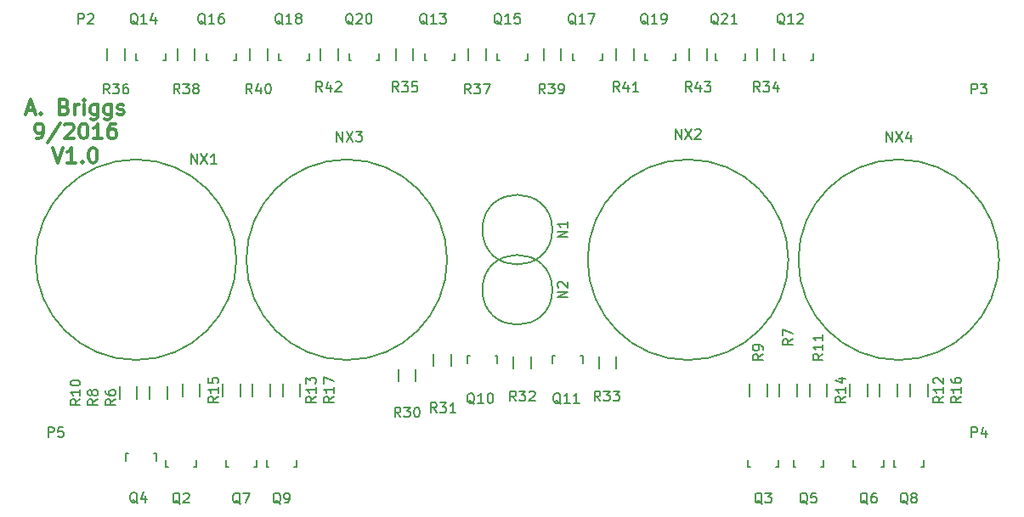
<source format=gbr>
G04 #@! TF.FileFunction,Legend,Top*
%FSLAX46Y46*%
G04 Gerber Fmt 4.6, Leading zero omitted, Abs format (unit mm)*
G04 Created by KiCad (PCBNEW 4.0.2-stable) date 9/20/2016 8:44:40 PM*
%MOMM*%
G01*
G04 APERTURE LIST*
%ADD10C,0.100000*%
%ADD11C,0.300000*%
%ADD12C,0.150000*%
G04 APERTURE END LIST*
D10*
D11*
X79178571Y-72100000D02*
X79892857Y-72100000D01*
X79035714Y-72528571D02*
X79535714Y-71028571D01*
X80035714Y-72528571D01*
X80535714Y-72385714D02*
X80607142Y-72457143D01*
X80535714Y-72528571D01*
X80464285Y-72457143D01*
X80535714Y-72385714D01*
X80535714Y-72528571D01*
X82892857Y-71742857D02*
X83107143Y-71814286D01*
X83178571Y-71885714D01*
X83250000Y-72028571D01*
X83250000Y-72242857D01*
X83178571Y-72385714D01*
X83107143Y-72457143D01*
X82964285Y-72528571D01*
X82392857Y-72528571D01*
X82392857Y-71028571D01*
X82892857Y-71028571D01*
X83035714Y-71100000D01*
X83107143Y-71171429D01*
X83178571Y-71314286D01*
X83178571Y-71457143D01*
X83107143Y-71600000D01*
X83035714Y-71671429D01*
X82892857Y-71742857D01*
X82392857Y-71742857D01*
X83892857Y-72528571D02*
X83892857Y-71528571D01*
X83892857Y-71814286D02*
X83964285Y-71671429D01*
X84035714Y-71600000D01*
X84178571Y-71528571D01*
X84321428Y-71528571D01*
X84821428Y-72528571D02*
X84821428Y-71528571D01*
X84821428Y-71028571D02*
X84749999Y-71100000D01*
X84821428Y-71171429D01*
X84892856Y-71100000D01*
X84821428Y-71028571D01*
X84821428Y-71171429D01*
X86178571Y-71528571D02*
X86178571Y-72742857D01*
X86107142Y-72885714D01*
X86035714Y-72957143D01*
X85892857Y-73028571D01*
X85678571Y-73028571D01*
X85535714Y-72957143D01*
X86178571Y-72457143D02*
X86035714Y-72528571D01*
X85750000Y-72528571D01*
X85607142Y-72457143D01*
X85535714Y-72385714D01*
X85464285Y-72242857D01*
X85464285Y-71814286D01*
X85535714Y-71671429D01*
X85607142Y-71600000D01*
X85750000Y-71528571D01*
X86035714Y-71528571D01*
X86178571Y-71600000D01*
X87535714Y-71528571D02*
X87535714Y-72742857D01*
X87464285Y-72885714D01*
X87392857Y-72957143D01*
X87250000Y-73028571D01*
X87035714Y-73028571D01*
X86892857Y-72957143D01*
X87535714Y-72457143D02*
X87392857Y-72528571D01*
X87107143Y-72528571D01*
X86964285Y-72457143D01*
X86892857Y-72385714D01*
X86821428Y-72242857D01*
X86821428Y-71814286D01*
X86892857Y-71671429D01*
X86964285Y-71600000D01*
X87107143Y-71528571D01*
X87392857Y-71528571D01*
X87535714Y-71600000D01*
X88178571Y-72457143D02*
X88321428Y-72528571D01*
X88607143Y-72528571D01*
X88750000Y-72457143D01*
X88821428Y-72314286D01*
X88821428Y-72242857D01*
X88750000Y-72100000D01*
X88607143Y-72028571D01*
X88392857Y-72028571D01*
X88250000Y-71957143D01*
X88178571Y-71814286D01*
X88178571Y-71742857D01*
X88250000Y-71600000D01*
X88392857Y-71528571D01*
X88607143Y-71528571D01*
X88750000Y-71600000D01*
X80071429Y-74928571D02*
X80357144Y-74928571D01*
X80500001Y-74857143D01*
X80571429Y-74785714D01*
X80714287Y-74571429D01*
X80785715Y-74285714D01*
X80785715Y-73714286D01*
X80714287Y-73571429D01*
X80642858Y-73500000D01*
X80500001Y-73428571D01*
X80214287Y-73428571D01*
X80071429Y-73500000D01*
X80000001Y-73571429D01*
X79928572Y-73714286D01*
X79928572Y-74071429D01*
X80000001Y-74214286D01*
X80071429Y-74285714D01*
X80214287Y-74357143D01*
X80500001Y-74357143D01*
X80642858Y-74285714D01*
X80714287Y-74214286D01*
X80785715Y-74071429D01*
X82500000Y-73357143D02*
X81214286Y-75285714D01*
X82928572Y-73571429D02*
X83000001Y-73500000D01*
X83142858Y-73428571D01*
X83500001Y-73428571D01*
X83642858Y-73500000D01*
X83714287Y-73571429D01*
X83785715Y-73714286D01*
X83785715Y-73857143D01*
X83714287Y-74071429D01*
X82857144Y-74928571D01*
X83785715Y-74928571D01*
X84714286Y-73428571D02*
X84857143Y-73428571D01*
X85000000Y-73500000D01*
X85071429Y-73571429D01*
X85142858Y-73714286D01*
X85214286Y-74000000D01*
X85214286Y-74357143D01*
X85142858Y-74642857D01*
X85071429Y-74785714D01*
X85000000Y-74857143D01*
X84857143Y-74928571D01*
X84714286Y-74928571D01*
X84571429Y-74857143D01*
X84500000Y-74785714D01*
X84428572Y-74642857D01*
X84357143Y-74357143D01*
X84357143Y-74000000D01*
X84428572Y-73714286D01*
X84500000Y-73571429D01*
X84571429Y-73500000D01*
X84714286Y-73428571D01*
X86642857Y-74928571D02*
X85785714Y-74928571D01*
X86214286Y-74928571D02*
X86214286Y-73428571D01*
X86071429Y-73642857D01*
X85928571Y-73785714D01*
X85785714Y-73857143D01*
X87928571Y-73428571D02*
X87642857Y-73428571D01*
X87500000Y-73500000D01*
X87428571Y-73571429D01*
X87285714Y-73785714D01*
X87214285Y-74071429D01*
X87214285Y-74642857D01*
X87285714Y-74785714D01*
X87357142Y-74857143D01*
X87500000Y-74928571D01*
X87785714Y-74928571D01*
X87928571Y-74857143D01*
X88000000Y-74785714D01*
X88071428Y-74642857D01*
X88071428Y-74285714D01*
X88000000Y-74142857D01*
X87928571Y-74071429D01*
X87785714Y-74000000D01*
X87500000Y-74000000D01*
X87357142Y-74071429D01*
X87285714Y-74142857D01*
X87214285Y-74285714D01*
X81714286Y-75828571D02*
X82214286Y-77328571D01*
X82714286Y-75828571D01*
X84000000Y-77328571D02*
X83142857Y-77328571D01*
X83571429Y-77328571D02*
X83571429Y-75828571D01*
X83428572Y-76042857D01*
X83285714Y-76185714D01*
X83142857Y-76257143D01*
X84642857Y-77185714D02*
X84714285Y-77257143D01*
X84642857Y-77328571D01*
X84571428Y-77257143D01*
X84642857Y-77185714D01*
X84642857Y-77328571D01*
X85642857Y-75828571D02*
X85785714Y-75828571D01*
X85928571Y-75900000D01*
X86000000Y-75971429D01*
X86071429Y-76114286D01*
X86142857Y-76400000D01*
X86142857Y-76757143D01*
X86071429Y-77042857D01*
X86000000Y-77185714D01*
X85928571Y-77257143D01*
X85785714Y-77328571D01*
X85642857Y-77328571D01*
X85500000Y-77257143D01*
X85428571Y-77185714D01*
X85357143Y-77042857D01*
X85285714Y-76757143D01*
X85285714Y-76400000D01*
X85357143Y-76114286D01*
X85428571Y-75971429D01*
X85500000Y-75900000D01*
X85642857Y-75828571D01*
D12*
X155000000Y-87000000D02*
G75*
G03X155000000Y-87000000I-10000000J0D01*
G01*
X100000000Y-87000000D02*
G75*
G03X100000000Y-87000000I-10000000J0D01*
G01*
X176000000Y-87000000D02*
G75*
G03X176000000Y-87000000I-10000000J0D01*
G01*
X145125000Y-67100000D02*
X145125000Y-65900000D01*
X146875000Y-65900000D02*
X146875000Y-67100000D01*
X108375000Y-67100000D02*
X108375000Y-65900000D01*
X110125000Y-65900000D02*
X110125000Y-67100000D01*
X137875000Y-67100000D02*
X137875000Y-65900000D01*
X139625000Y-65900000D02*
X139625000Y-67100000D01*
X101375000Y-67100000D02*
X101375000Y-65900000D01*
X103125000Y-65900000D02*
X103125000Y-67100000D01*
X130625000Y-67100000D02*
X130625000Y-65900000D01*
X132375000Y-65900000D02*
X132375000Y-67100000D01*
X94125000Y-67100000D02*
X94125000Y-65900000D01*
X95875000Y-65900000D02*
X95875000Y-67100000D01*
X123125000Y-67100000D02*
X123125000Y-65900000D01*
X124875000Y-65900000D02*
X124875000Y-67100000D01*
X87125000Y-67100000D02*
X87125000Y-65900000D01*
X88875000Y-65900000D02*
X88875000Y-67100000D01*
X115875000Y-67100000D02*
X115875000Y-65900000D01*
X117625000Y-65900000D02*
X117625000Y-67100000D01*
X151875000Y-67100000D02*
X151875000Y-65900000D01*
X153625000Y-65900000D02*
X153625000Y-67100000D01*
X137875000Y-96650000D02*
X137875000Y-97850000D01*
X136125000Y-97850000D02*
X136125000Y-96650000D01*
X129375000Y-96650000D02*
X129375000Y-97850000D01*
X127625000Y-97850000D02*
X127625000Y-96650000D01*
X119625000Y-97600000D02*
X119625000Y-96400000D01*
X121375000Y-96400000D02*
X121375000Y-97600000D01*
X116125000Y-99100000D02*
X116125000Y-97900000D01*
X117875000Y-97900000D02*
X117875000Y-99100000D01*
X106375000Y-99400000D02*
X106375000Y-100600000D01*
X104625000Y-100600000D02*
X104625000Y-99400000D01*
X168875000Y-99400000D02*
X168875000Y-100600000D01*
X167125000Y-100600000D02*
X167125000Y-99400000D01*
X103375000Y-99400000D02*
X103375000Y-100600000D01*
X101625000Y-100600000D02*
X101625000Y-99400000D01*
X165875000Y-99400000D02*
X165875000Y-100600000D01*
X164125000Y-100600000D02*
X164125000Y-99400000D01*
X98625000Y-100600000D02*
X98625000Y-99400000D01*
X100375000Y-99400000D02*
X100375000Y-100600000D01*
X161125000Y-100600000D02*
X161125000Y-99400000D01*
X162875000Y-99400000D02*
X162875000Y-100600000D01*
X158875000Y-99400000D02*
X158875000Y-100600000D01*
X157125000Y-100600000D02*
X157125000Y-99400000D01*
X90125000Y-99650000D02*
X90125000Y-100850000D01*
X88375000Y-100850000D02*
X88375000Y-99650000D01*
X155875000Y-99400000D02*
X155875000Y-100600000D01*
X154125000Y-100600000D02*
X154125000Y-99400000D01*
X93125000Y-99650000D02*
X93125000Y-100850000D01*
X91375000Y-100850000D02*
X91375000Y-99650000D01*
X151125000Y-100600000D02*
X151125000Y-99400000D01*
X152875000Y-99400000D02*
X152875000Y-100600000D01*
X94625000Y-100600000D02*
X94625000Y-99400000D01*
X96375000Y-99400000D02*
X96375000Y-100600000D01*
X150749820Y-66449200D02*
X150749820Y-67150240D01*
X150749820Y-67150240D02*
X150500900Y-67150240D01*
X147950840Y-67150240D02*
X147750180Y-67150240D01*
X147750180Y-67150240D02*
X147750180Y-66449200D01*
X114249820Y-66449200D02*
X114249820Y-67150240D01*
X114249820Y-67150240D02*
X114000900Y-67150240D01*
X111450840Y-67150240D02*
X111250180Y-67150240D01*
X111250180Y-67150240D02*
X111250180Y-66449200D01*
X143749820Y-66449200D02*
X143749820Y-67150240D01*
X143749820Y-67150240D02*
X143500900Y-67150240D01*
X140950840Y-67150240D02*
X140750180Y-67150240D01*
X140750180Y-67150240D02*
X140750180Y-66449200D01*
X107249820Y-66449200D02*
X107249820Y-67150240D01*
X107249820Y-67150240D02*
X107000900Y-67150240D01*
X104450840Y-67150240D02*
X104250180Y-67150240D01*
X104250180Y-67150240D02*
X104250180Y-66449200D01*
X136499820Y-66449200D02*
X136499820Y-67150240D01*
X136499820Y-67150240D02*
X136250900Y-67150240D01*
X133700840Y-67150240D02*
X133500180Y-67150240D01*
X133500180Y-67150240D02*
X133500180Y-66449200D01*
X99999820Y-66449200D02*
X99999820Y-67150240D01*
X99999820Y-67150240D02*
X99750900Y-67150240D01*
X97200840Y-67150240D02*
X97000180Y-67150240D01*
X97000180Y-67150240D02*
X97000180Y-66449200D01*
X128999820Y-66449200D02*
X128999820Y-67150240D01*
X128999820Y-67150240D02*
X128750900Y-67150240D01*
X126200840Y-67150240D02*
X126000180Y-67150240D01*
X126000180Y-67150240D02*
X126000180Y-66449200D01*
X92999820Y-66449200D02*
X92999820Y-67150240D01*
X92999820Y-67150240D02*
X92750900Y-67150240D01*
X90200840Y-67150240D02*
X90000180Y-67150240D01*
X90000180Y-67150240D02*
X90000180Y-66449200D01*
X121749820Y-66449200D02*
X121749820Y-67150240D01*
X121749820Y-67150240D02*
X121500900Y-67150240D01*
X118950840Y-67150240D02*
X118750180Y-67150240D01*
X118750180Y-67150240D02*
X118750180Y-66449200D01*
X131500180Y-97300800D02*
X131500180Y-96599760D01*
X131500180Y-96599760D02*
X131749100Y-96599760D01*
X134299160Y-96599760D02*
X134499820Y-96599760D01*
X134499820Y-96599760D02*
X134499820Y-97300800D01*
X123000180Y-97300800D02*
X123000180Y-96599760D01*
X123000180Y-96599760D02*
X123249100Y-96599760D01*
X125799160Y-96599760D02*
X125999820Y-96599760D01*
X125999820Y-96599760D02*
X125999820Y-97300800D01*
X105999820Y-106949200D02*
X105999820Y-107650240D01*
X105999820Y-107650240D02*
X105750900Y-107650240D01*
X103200840Y-107650240D02*
X103000180Y-107650240D01*
X103000180Y-107650240D02*
X103000180Y-106949200D01*
X168499820Y-106949200D02*
X168499820Y-107650240D01*
X168499820Y-107650240D02*
X168250900Y-107650240D01*
X165700840Y-107650240D02*
X165500180Y-107650240D01*
X165500180Y-107650240D02*
X165500180Y-106949200D01*
X101999820Y-106949200D02*
X101999820Y-107650240D01*
X101999820Y-107650240D02*
X101750900Y-107650240D01*
X99200840Y-107650240D02*
X99000180Y-107650240D01*
X99000180Y-107650240D02*
X99000180Y-106949200D01*
X164499820Y-106949200D02*
X164499820Y-107650240D01*
X164499820Y-107650240D02*
X164250900Y-107650240D01*
X161700840Y-107650240D02*
X161500180Y-107650240D01*
X161500180Y-107650240D02*
X161500180Y-106949200D01*
X158499820Y-106949200D02*
X158499820Y-107650240D01*
X158499820Y-107650240D02*
X158250900Y-107650240D01*
X155700840Y-107650240D02*
X155500180Y-107650240D01*
X155500180Y-107650240D02*
X155500180Y-106949200D01*
X89000180Y-107050800D02*
X89000180Y-106349760D01*
X89000180Y-106349760D02*
X89249100Y-106349760D01*
X91799160Y-106349760D02*
X91999820Y-106349760D01*
X91999820Y-106349760D02*
X91999820Y-107050800D01*
X153999820Y-106949200D02*
X153999820Y-107650240D01*
X153999820Y-107650240D02*
X153750900Y-107650240D01*
X151200840Y-107650240D02*
X151000180Y-107650240D01*
X151000180Y-107650240D02*
X151000180Y-106949200D01*
X95999820Y-106949200D02*
X95999820Y-107650240D01*
X95999820Y-107650240D02*
X95750900Y-107650240D01*
X93200840Y-107650240D02*
X93000180Y-107650240D01*
X93000180Y-107650240D02*
X93000180Y-106949200D01*
X131480865Y-90000000D02*
G75*
G03X131480865Y-90000000I-3480865J0D01*
G01*
X131480865Y-84000000D02*
G75*
G03X131480865Y-84000000I-3480865J0D01*
G01*
X157499820Y-66449200D02*
X157499820Y-67150240D01*
X157499820Y-67150240D02*
X157250900Y-67150240D01*
X154700840Y-67150240D02*
X154500180Y-67150240D01*
X154500180Y-67150240D02*
X154500180Y-66449200D01*
X121000000Y-87000000D02*
G75*
G03X121000000Y-87000000I-10000000J0D01*
G01*
X143761905Y-74952381D02*
X143761905Y-73952381D01*
X144333334Y-74952381D01*
X144333334Y-73952381D01*
X144714286Y-73952381D02*
X145380953Y-74952381D01*
X145380953Y-73952381D02*
X144714286Y-74952381D01*
X145714286Y-74047619D02*
X145761905Y-74000000D01*
X145857143Y-73952381D01*
X146095239Y-73952381D01*
X146190477Y-74000000D01*
X146238096Y-74047619D01*
X146285715Y-74142857D01*
X146285715Y-74238095D01*
X146238096Y-74380952D01*
X145666667Y-74952381D01*
X146285715Y-74952381D01*
X95511905Y-77452381D02*
X95511905Y-76452381D01*
X96083334Y-77452381D01*
X96083334Y-76452381D01*
X96464286Y-76452381D02*
X97130953Y-77452381D01*
X97130953Y-76452381D02*
X96464286Y-77452381D01*
X98035715Y-77452381D02*
X97464286Y-77452381D01*
X97750000Y-77452381D02*
X97750000Y-76452381D01*
X97654762Y-76595238D01*
X97559524Y-76690476D01*
X97464286Y-76738095D01*
X164761905Y-75260381D02*
X164761905Y-74260381D01*
X165333334Y-75260381D01*
X165333334Y-74260381D01*
X165714286Y-74260381D02*
X166380953Y-75260381D01*
X166380953Y-74260381D02*
X165714286Y-75260381D01*
X167190477Y-74593714D02*
X167190477Y-75260381D01*
X166952381Y-74212762D02*
X166714286Y-74927048D01*
X167333334Y-74927048D01*
X81261905Y-104702381D02*
X81261905Y-103702381D01*
X81642858Y-103702381D01*
X81738096Y-103750000D01*
X81785715Y-103797619D01*
X81833334Y-103892857D01*
X81833334Y-104035714D01*
X81785715Y-104130952D01*
X81738096Y-104178571D01*
X81642858Y-104226190D01*
X81261905Y-104226190D01*
X82738096Y-103702381D02*
X82261905Y-103702381D01*
X82214286Y-104178571D01*
X82261905Y-104130952D01*
X82357143Y-104083333D01*
X82595239Y-104083333D01*
X82690477Y-104130952D01*
X82738096Y-104178571D01*
X82785715Y-104273810D01*
X82785715Y-104511905D01*
X82738096Y-104607143D01*
X82690477Y-104654762D01*
X82595239Y-104702381D01*
X82357143Y-104702381D01*
X82261905Y-104654762D01*
X82214286Y-104607143D01*
X173261905Y-104702381D02*
X173261905Y-103702381D01*
X173642858Y-103702381D01*
X173738096Y-103750000D01*
X173785715Y-103797619D01*
X173833334Y-103892857D01*
X173833334Y-104035714D01*
X173785715Y-104130952D01*
X173738096Y-104178571D01*
X173642858Y-104226190D01*
X173261905Y-104226190D01*
X174690477Y-104035714D02*
X174690477Y-104702381D01*
X174452381Y-103654762D02*
X174214286Y-104369048D01*
X174833334Y-104369048D01*
X173261905Y-70452381D02*
X173261905Y-69452381D01*
X173642858Y-69452381D01*
X173738096Y-69500000D01*
X173785715Y-69547619D01*
X173833334Y-69642857D01*
X173833334Y-69785714D01*
X173785715Y-69880952D01*
X173738096Y-69928571D01*
X173642858Y-69976190D01*
X173261905Y-69976190D01*
X174166667Y-69452381D02*
X174785715Y-69452381D01*
X174452381Y-69833333D01*
X174595239Y-69833333D01*
X174690477Y-69880952D01*
X174738096Y-69928571D01*
X174785715Y-70023810D01*
X174785715Y-70261905D01*
X174738096Y-70357143D01*
X174690477Y-70404762D01*
X174595239Y-70452381D01*
X174309524Y-70452381D01*
X174214286Y-70404762D01*
X174166667Y-70357143D01*
X84261905Y-63452381D02*
X84261905Y-62452381D01*
X84642858Y-62452381D01*
X84738096Y-62500000D01*
X84785715Y-62547619D01*
X84833334Y-62642857D01*
X84833334Y-62785714D01*
X84785715Y-62880952D01*
X84738096Y-62928571D01*
X84642858Y-62976190D01*
X84261905Y-62976190D01*
X85214286Y-62547619D02*
X85261905Y-62500000D01*
X85357143Y-62452381D01*
X85595239Y-62452381D01*
X85690477Y-62500000D01*
X85738096Y-62547619D01*
X85785715Y-62642857D01*
X85785715Y-62738095D01*
X85738096Y-62880952D01*
X85166667Y-63452381D01*
X85785715Y-63452381D01*
X145357143Y-70252381D02*
X145023809Y-69776190D01*
X144785714Y-70252381D02*
X144785714Y-69252381D01*
X145166667Y-69252381D01*
X145261905Y-69300000D01*
X145309524Y-69347619D01*
X145357143Y-69442857D01*
X145357143Y-69585714D01*
X145309524Y-69680952D01*
X145261905Y-69728571D01*
X145166667Y-69776190D01*
X144785714Y-69776190D01*
X146214286Y-69585714D02*
X146214286Y-70252381D01*
X145976190Y-69204762D02*
X145738095Y-69919048D01*
X146357143Y-69919048D01*
X146642857Y-69252381D02*
X147261905Y-69252381D01*
X146928571Y-69633333D01*
X147071429Y-69633333D01*
X147166667Y-69680952D01*
X147214286Y-69728571D01*
X147261905Y-69823810D01*
X147261905Y-70061905D01*
X147214286Y-70157143D01*
X147166667Y-70204762D01*
X147071429Y-70252381D01*
X146785714Y-70252381D01*
X146690476Y-70204762D01*
X146642857Y-70157143D01*
X108557143Y-70252381D02*
X108223809Y-69776190D01*
X107985714Y-70252381D02*
X107985714Y-69252381D01*
X108366667Y-69252381D01*
X108461905Y-69300000D01*
X108509524Y-69347619D01*
X108557143Y-69442857D01*
X108557143Y-69585714D01*
X108509524Y-69680952D01*
X108461905Y-69728571D01*
X108366667Y-69776190D01*
X107985714Y-69776190D01*
X109414286Y-69585714D02*
X109414286Y-70252381D01*
X109176190Y-69204762D02*
X108938095Y-69919048D01*
X109557143Y-69919048D01*
X109890476Y-69347619D02*
X109938095Y-69300000D01*
X110033333Y-69252381D01*
X110271429Y-69252381D01*
X110366667Y-69300000D01*
X110414286Y-69347619D01*
X110461905Y-69442857D01*
X110461905Y-69538095D01*
X110414286Y-69680952D01*
X109842857Y-70252381D01*
X110461905Y-70252381D01*
X138157143Y-70252381D02*
X137823809Y-69776190D01*
X137585714Y-70252381D02*
X137585714Y-69252381D01*
X137966667Y-69252381D01*
X138061905Y-69300000D01*
X138109524Y-69347619D01*
X138157143Y-69442857D01*
X138157143Y-69585714D01*
X138109524Y-69680952D01*
X138061905Y-69728571D01*
X137966667Y-69776190D01*
X137585714Y-69776190D01*
X139014286Y-69585714D02*
X139014286Y-70252381D01*
X138776190Y-69204762D02*
X138538095Y-69919048D01*
X139157143Y-69919048D01*
X140061905Y-70252381D02*
X139490476Y-70252381D01*
X139776190Y-70252381D02*
X139776190Y-69252381D01*
X139680952Y-69395238D01*
X139585714Y-69490476D01*
X139490476Y-69538095D01*
X101557143Y-70452381D02*
X101223809Y-69976190D01*
X100985714Y-70452381D02*
X100985714Y-69452381D01*
X101366667Y-69452381D01*
X101461905Y-69500000D01*
X101509524Y-69547619D01*
X101557143Y-69642857D01*
X101557143Y-69785714D01*
X101509524Y-69880952D01*
X101461905Y-69928571D01*
X101366667Y-69976190D01*
X100985714Y-69976190D01*
X102414286Y-69785714D02*
X102414286Y-70452381D01*
X102176190Y-69404762D02*
X101938095Y-70119048D01*
X102557143Y-70119048D01*
X103128571Y-69452381D02*
X103223810Y-69452381D01*
X103319048Y-69500000D01*
X103366667Y-69547619D01*
X103414286Y-69642857D01*
X103461905Y-69833333D01*
X103461905Y-70071429D01*
X103414286Y-70261905D01*
X103366667Y-70357143D01*
X103319048Y-70404762D01*
X103223810Y-70452381D01*
X103128571Y-70452381D01*
X103033333Y-70404762D01*
X102985714Y-70357143D01*
X102938095Y-70261905D01*
X102890476Y-70071429D01*
X102890476Y-69833333D01*
X102938095Y-69642857D01*
X102985714Y-69547619D01*
X103033333Y-69500000D01*
X103128571Y-69452381D01*
X130757143Y-70452381D02*
X130423809Y-69976190D01*
X130185714Y-70452381D02*
X130185714Y-69452381D01*
X130566667Y-69452381D01*
X130661905Y-69500000D01*
X130709524Y-69547619D01*
X130757143Y-69642857D01*
X130757143Y-69785714D01*
X130709524Y-69880952D01*
X130661905Y-69928571D01*
X130566667Y-69976190D01*
X130185714Y-69976190D01*
X131090476Y-69452381D02*
X131709524Y-69452381D01*
X131376190Y-69833333D01*
X131519048Y-69833333D01*
X131614286Y-69880952D01*
X131661905Y-69928571D01*
X131709524Y-70023810D01*
X131709524Y-70261905D01*
X131661905Y-70357143D01*
X131614286Y-70404762D01*
X131519048Y-70452381D01*
X131233333Y-70452381D01*
X131138095Y-70404762D01*
X131090476Y-70357143D01*
X132185714Y-70452381D02*
X132376190Y-70452381D01*
X132471429Y-70404762D01*
X132519048Y-70357143D01*
X132614286Y-70214286D01*
X132661905Y-70023810D01*
X132661905Y-69642857D01*
X132614286Y-69547619D01*
X132566667Y-69500000D01*
X132471429Y-69452381D01*
X132280952Y-69452381D01*
X132185714Y-69500000D01*
X132138095Y-69547619D01*
X132090476Y-69642857D01*
X132090476Y-69880952D01*
X132138095Y-69976190D01*
X132185714Y-70023810D01*
X132280952Y-70071429D01*
X132471429Y-70071429D01*
X132566667Y-70023810D01*
X132614286Y-69976190D01*
X132661905Y-69880952D01*
X94357143Y-70452381D02*
X94023809Y-69976190D01*
X93785714Y-70452381D02*
X93785714Y-69452381D01*
X94166667Y-69452381D01*
X94261905Y-69500000D01*
X94309524Y-69547619D01*
X94357143Y-69642857D01*
X94357143Y-69785714D01*
X94309524Y-69880952D01*
X94261905Y-69928571D01*
X94166667Y-69976190D01*
X93785714Y-69976190D01*
X94690476Y-69452381D02*
X95309524Y-69452381D01*
X94976190Y-69833333D01*
X95119048Y-69833333D01*
X95214286Y-69880952D01*
X95261905Y-69928571D01*
X95309524Y-70023810D01*
X95309524Y-70261905D01*
X95261905Y-70357143D01*
X95214286Y-70404762D01*
X95119048Y-70452381D01*
X94833333Y-70452381D01*
X94738095Y-70404762D01*
X94690476Y-70357143D01*
X95880952Y-69880952D02*
X95785714Y-69833333D01*
X95738095Y-69785714D01*
X95690476Y-69690476D01*
X95690476Y-69642857D01*
X95738095Y-69547619D01*
X95785714Y-69500000D01*
X95880952Y-69452381D01*
X96071429Y-69452381D01*
X96166667Y-69500000D01*
X96214286Y-69547619D01*
X96261905Y-69642857D01*
X96261905Y-69690476D01*
X96214286Y-69785714D01*
X96166667Y-69833333D01*
X96071429Y-69880952D01*
X95880952Y-69880952D01*
X95785714Y-69928571D01*
X95738095Y-69976190D01*
X95690476Y-70071429D01*
X95690476Y-70261905D01*
X95738095Y-70357143D01*
X95785714Y-70404762D01*
X95880952Y-70452381D01*
X96071429Y-70452381D01*
X96166667Y-70404762D01*
X96214286Y-70357143D01*
X96261905Y-70261905D01*
X96261905Y-70071429D01*
X96214286Y-69976190D01*
X96166667Y-69928571D01*
X96071429Y-69880952D01*
X123357143Y-70452381D02*
X123023809Y-69976190D01*
X122785714Y-70452381D02*
X122785714Y-69452381D01*
X123166667Y-69452381D01*
X123261905Y-69500000D01*
X123309524Y-69547619D01*
X123357143Y-69642857D01*
X123357143Y-69785714D01*
X123309524Y-69880952D01*
X123261905Y-69928571D01*
X123166667Y-69976190D01*
X122785714Y-69976190D01*
X123690476Y-69452381D02*
X124309524Y-69452381D01*
X123976190Y-69833333D01*
X124119048Y-69833333D01*
X124214286Y-69880952D01*
X124261905Y-69928571D01*
X124309524Y-70023810D01*
X124309524Y-70261905D01*
X124261905Y-70357143D01*
X124214286Y-70404762D01*
X124119048Y-70452381D01*
X123833333Y-70452381D01*
X123738095Y-70404762D01*
X123690476Y-70357143D01*
X124642857Y-69452381D02*
X125309524Y-69452381D01*
X124880952Y-70452381D01*
X87357143Y-70452381D02*
X87023809Y-69976190D01*
X86785714Y-70452381D02*
X86785714Y-69452381D01*
X87166667Y-69452381D01*
X87261905Y-69500000D01*
X87309524Y-69547619D01*
X87357143Y-69642857D01*
X87357143Y-69785714D01*
X87309524Y-69880952D01*
X87261905Y-69928571D01*
X87166667Y-69976190D01*
X86785714Y-69976190D01*
X87690476Y-69452381D02*
X88309524Y-69452381D01*
X87976190Y-69833333D01*
X88119048Y-69833333D01*
X88214286Y-69880952D01*
X88261905Y-69928571D01*
X88309524Y-70023810D01*
X88309524Y-70261905D01*
X88261905Y-70357143D01*
X88214286Y-70404762D01*
X88119048Y-70452381D01*
X87833333Y-70452381D01*
X87738095Y-70404762D01*
X87690476Y-70357143D01*
X89166667Y-69452381D02*
X88976190Y-69452381D01*
X88880952Y-69500000D01*
X88833333Y-69547619D01*
X88738095Y-69690476D01*
X88690476Y-69880952D01*
X88690476Y-70261905D01*
X88738095Y-70357143D01*
X88785714Y-70404762D01*
X88880952Y-70452381D01*
X89071429Y-70452381D01*
X89166667Y-70404762D01*
X89214286Y-70357143D01*
X89261905Y-70261905D01*
X89261905Y-70023810D01*
X89214286Y-69928571D01*
X89166667Y-69880952D01*
X89071429Y-69833333D01*
X88880952Y-69833333D01*
X88785714Y-69880952D01*
X88738095Y-69928571D01*
X88690476Y-70023810D01*
X116157143Y-70252381D02*
X115823809Y-69776190D01*
X115585714Y-70252381D02*
X115585714Y-69252381D01*
X115966667Y-69252381D01*
X116061905Y-69300000D01*
X116109524Y-69347619D01*
X116157143Y-69442857D01*
X116157143Y-69585714D01*
X116109524Y-69680952D01*
X116061905Y-69728571D01*
X115966667Y-69776190D01*
X115585714Y-69776190D01*
X116490476Y-69252381D02*
X117109524Y-69252381D01*
X116776190Y-69633333D01*
X116919048Y-69633333D01*
X117014286Y-69680952D01*
X117061905Y-69728571D01*
X117109524Y-69823810D01*
X117109524Y-70061905D01*
X117061905Y-70157143D01*
X117014286Y-70204762D01*
X116919048Y-70252381D01*
X116633333Y-70252381D01*
X116538095Y-70204762D01*
X116490476Y-70157143D01*
X118014286Y-69252381D02*
X117538095Y-69252381D01*
X117490476Y-69728571D01*
X117538095Y-69680952D01*
X117633333Y-69633333D01*
X117871429Y-69633333D01*
X117966667Y-69680952D01*
X118014286Y-69728571D01*
X118061905Y-69823810D01*
X118061905Y-70061905D01*
X118014286Y-70157143D01*
X117966667Y-70204762D01*
X117871429Y-70252381D01*
X117633333Y-70252381D01*
X117538095Y-70204762D01*
X117490476Y-70157143D01*
X152157143Y-70252381D02*
X151823809Y-69776190D01*
X151585714Y-70252381D02*
X151585714Y-69252381D01*
X151966667Y-69252381D01*
X152061905Y-69300000D01*
X152109524Y-69347619D01*
X152157143Y-69442857D01*
X152157143Y-69585714D01*
X152109524Y-69680952D01*
X152061905Y-69728571D01*
X151966667Y-69776190D01*
X151585714Y-69776190D01*
X152490476Y-69252381D02*
X153109524Y-69252381D01*
X152776190Y-69633333D01*
X152919048Y-69633333D01*
X153014286Y-69680952D01*
X153061905Y-69728571D01*
X153109524Y-69823810D01*
X153109524Y-70061905D01*
X153061905Y-70157143D01*
X153014286Y-70204762D01*
X152919048Y-70252381D01*
X152633333Y-70252381D01*
X152538095Y-70204762D01*
X152490476Y-70157143D01*
X153966667Y-69585714D02*
X153966667Y-70252381D01*
X153728571Y-69204762D02*
X153490476Y-69919048D01*
X154109524Y-69919048D01*
X136257143Y-101102381D02*
X135923809Y-100626190D01*
X135685714Y-101102381D02*
X135685714Y-100102381D01*
X136066667Y-100102381D01*
X136161905Y-100150000D01*
X136209524Y-100197619D01*
X136257143Y-100292857D01*
X136257143Y-100435714D01*
X136209524Y-100530952D01*
X136161905Y-100578571D01*
X136066667Y-100626190D01*
X135685714Y-100626190D01*
X136590476Y-100102381D02*
X137209524Y-100102381D01*
X136876190Y-100483333D01*
X137019048Y-100483333D01*
X137114286Y-100530952D01*
X137161905Y-100578571D01*
X137209524Y-100673810D01*
X137209524Y-100911905D01*
X137161905Y-101007143D01*
X137114286Y-101054762D01*
X137019048Y-101102381D01*
X136733333Y-101102381D01*
X136638095Y-101054762D01*
X136590476Y-101007143D01*
X137542857Y-100102381D02*
X138161905Y-100102381D01*
X137828571Y-100483333D01*
X137971429Y-100483333D01*
X138066667Y-100530952D01*
X138114286Y-100578571D01*
X138161905Y-100673810D01*
X138161905Y-100911905D01*
X138114286Y-101007143D01*
X138066667Y-101054762D01*
X137971429Y-101102381D01*
X137685714Y-101102381D01*
X137590476Y-101054762D01*
X137542857Y-101007143D01*
X127857143Y-101102381D02*
X127523809Y-100626190D01*
X127285714Y-101102381D02*
X127285714Y-100102381D01*
X127666667Y-100102381D01*
X127761905Y-100150000D01*
X127809524Y-100197619D01*
X127857143Y-100292857D01*
X127857143Y-100435714D01*
X127809524Y-100530952D01*
X127761905Y-100578571D01*
X127666667Y-100626190D01*
X127285714Y-100626190D01*
X128190476Y-100102381D02*
X128809524Y-100102381D01*
X128476190Y-100483333D01*
X128619048Y-100483333D01*
X128714286Y-100530952D01*
X128761905Y-100578571D01*
X128809524Y-100673810D01*
X128809524Y-100911905D01*
X128761905Y-101007143D01*
X128714286Y-101054762D01*
X128619048Y-101102381D01*
X128333333Y-101102381D01*
X128238095Y-101054762D01*
X128190476Y-101007143D01*
X129190476Y-100197619D02*
X129238095Y-100150000D01*
X129333333Y-100102381D01*
X129571429Y-100102381D01*
X129666667Y-100150000D01*
X129714286Y-100197619D01*
X129761905Y-100292857D01*
X129761905Y-100388095D01*
X129714286Y-100530952D01*
X129142857Y-101102381D01*
X129761905Y-101102381D01*
X119957143Y-102252381D02*
X119623809Y-101776190D01*
X119385714Y-102252381D02*
X119385714Y-101252381D01*
X119766667Y-101252381D01*
X119861905Y-101300000D01*
X119909524Y-101347619D01*
X119957143Y-101442857D01*
X119957143Y-101585714D01*
X119909524Y-101680952D01*
X119861905Y-101728571D01*
X119766667Y-101776190D01*
X119385714Y-101776190D01*
X120290476Y-101252381D02*
X120909524Y-101252381D01*
X120576190Y-101633333D01*
X120719048Y-101633333D01*
X120814286Y-101680952D01*
X120861905Y-101728571D01*
X120909524Y-101823810D01*
X120909524Y-102061905D01*
X120861905Y-102157143D01*
X120814286Y-102204762D01*
X120719048Y-102252381D01*
X120433333Y-102252381D01*
X120338095Y-102204762D01*
X120290476Y-102157143D01*
X121861905Y-102252381D02*
X121290476Y-102252381D01*
X121576190Y-102252381D02*
X121576190Y-101252381D01*
X121480952Y-101395238D01*
X121385714Y-101490476D01*
X121290476Y-101538095D01*
X116357143Y-102702381D02*
X116023809Y-102226190D01*
X115785714Y-102702381D02*
X115785714Y-101702381D01*
X116166667Y-101702381D01*
X116261905Y-101750000D01*
X116309524Y-101797619D01*
X116357143Y-101892857D01*
X116357143Y-102035714D01*
X116309524Y-102130952D01*
X116261905Y-102178571D01*
X116166667Y-102226190D01*
X115785714Y-102226190D01*
X116690476Y-101702381D02*
X117309524Y-101702381D01*
X116976190Y-102083333D01*
X117119048Y-102083333D01*
X117214286Y-102130952D01*
X117261905Y-102178571D01*
X117309524Y-102273810D01*
X117309524Y-102511905D01*
X117261905Y-102607143D01*
X117214286Y-102654762D01*
X117119048Y-102702381D01*
X116833333Y-102702381D01*
X116738095Y-102654762D01*
X116690476Y-102607143D01*
X117928571Y-101702381D02*
X118023810Y-101702381D01*
X118119048Y-101750000D01*
X118166667Y-101797619D01*
X118214286Y-101892857D01*
X118261905Y-102083333D01*
X118261905Y-102321429D01*
X118214286Y-102511905D01*
X118166667Y-102607143D01*
X118119048Y-102654762D01*
X118023810Y-102702381D01*
X117928571Y-102702381D01*
X117833333Y-102654762D01*
X117785714Y-102607143D01*
X117738095Y-102511905D01*
X117690476Y-102321429D01*
X117690476Y-102083333D01*
X117738095Y-101892857D01*
X117785714Y-101797619D01*
X117833333Y-101750000D01*
X117928571Y-101702381D01*
X109702381Y-100642857D02*
X109226190Y-100976191D01*
X109702381Y-101214286D02*
X108702381Y-101214286D01*
X108702381Y-100833333D01*
X108750000Y-100738095D01*
X108797619Y-100690476D01*
X108892857Y-100642857D01*
X109035714Y-100642857D01*
X109130952Y-100690476D01*
X109178571Y-100738095D01*
X109226190Y-100833333D01*
X109226190Y-101214286D01*
X109702381Y-99690476D02*
X109702381Y-100261905D01*
X109702381Y-99976191D02*
X108702381Y-99976191D01*
X108845238Y-100071429D01*
X108940476Y-100166667D01*
X108988095Y-100261905D01*
X108702381Y-99357143D02*
X108702381Y-98690476D01*
X109702381Y-99119048D01*
X172202381Y-100642857D02*
X171726190Y-100976191D01*
X172202381Y-101214286D02*
X171202381Y-101214286D01*
X171202381Y-100833333D01*
X171250000Y-100738095D01*
X171297619Y-100690476D01*
X171392857Y-100642857D01*
X171535714Y-100642857D01*
X171630952Y-100690476D01*
X171678571Y-100738095D01*
X171726190Y-100833333D01*
X171726190Y-101214286D01*
X172202381Y-99690476D02*
X172202381Y-100261905D01*
X172202381Y-99976191D02*
X171202381Y-99976191D01*
X171345238Y-100071429D01*
X171440476Y-100166667D01*
X171488095Y-100261905D01*
X171202381Y-98833333D02*
X171202381Y-99023810D01*
X171250000Y-99119048D01*
X171297619Y-99166667D01*
X171440476Y-99261905D01*
X171630952Y-99309524D01*
X172011905Y-99309524D01*
X172107143Y-99261905D01*
X172154762Y-99214286D01*
X172202381Y-99119048D01*
X172202381Y-98928571D01*
X172154762Y-98833333D01*
X172107143Y-98785714D01*
X172011905Y-98738095D01*
X171773810Y-98738095D01*
X171678571Y-98785714D01*
X171630952Y-98833333D01*
X171583333Y-98928571D01*
X171583333Y-99119048D01*
X171630952Y-99214286D01*
X171678571Y-99261905D01*
X171773810Y-99309524D01*
X98202381Y-100642857D02*
X97726190Y-100976191D01*
X98202381Y-101214286D02*
X97202381Y-101214286D01*
X97202381Y-100833333D01*
X97250000Y-100738095D01*
X97297619Y-100690476D01*
X97392857Y-100642857D01*
X97535714Y-100642857D01*
X97630952Y-100690476D01*
X97678571Y-100738095D01*
X97726190Y-100833333D01*
X97726190Y-101214286D01*
X98202381Y-99690476D02*
X98202381Y-100261905D01*
X98202381Y-99976191D02*
X97202381Y-99976191D01*
X97345238Y-100071429D01*
X97440476Y-100166667D01*
X97488095Y-100261905D01*
X97202381Y-98785714D02*
X97202381Y-99261905D01*
X97678571Y-99309524D01*
X97630952Y-99261905D01*
X97583333Y-99166667D01*
X97583333Y-98928571D01*
X97630952Y-98833333D01*
X97678571Y-98785714D01*
X97773810Y-98738095D01*
X98011905Y-98738095D01*
X98107143Y-98785714D01*
X98154762Y-98833333D01*
X98202381Y-98928571D01*
X98202381Y-99166667D01*
X98154762Y-99261905D01*
X98107143Y-99309524D01*
X160702381Y-100642857D02*
X160226190Y-100976191D01*
X160702381Y-101214286D02*
X159702381Y-101214286D01*
X159702381Y-100833333D01*
X159750000Y-100738095D01*
X159797619Y-100690476D01*
X159892857Y-100642857D01*
X160035714Y-100642857D01*
X160130952Y-100690476D01*
X160178571Y-100738095D01*
X160226190Y-100833333D01*
X160226190Y-101214286D01*
X160702381Y-99690476D02*
X160702381Y-100261905D01*
X160702381Y-99976191D02*
X159702381Y-99976191D01*
X159845238Y-100071429D01*
X159940476Y-100166667D01*
X159988095Y-100261905D01*
X160035714Y-98833333D02*
X160702381Y-98833333D01*
X159654762Y-99071429D02*
X160369048Y-99309524D01*
X160369048Y-98690476D01*
X107952381Y-100642857D02*
X107476190Y-100976191D01*
X107952381Y-101214286D02*
X106952381Y-101214286D01*
X106952381Y-100833333D01*
X107000000Y-100738095D01*
X107047619Y-100690476D01*
X107142857Y-100642857D01*
X107285714Y-100642857D01*
X107380952Y-100690476D01*
X107428571Y-100738095D01*
X107476190Y-100833333D01*
X107476190Y-101214286D01*
X107952381Y-99690476D02*
X107952381Y-100261905D01*
X107952381Y-99976191D02*
X106952381Y-99976191D01*
X107095238Y-100071429D01*
X107190476Y-100166667D01*
X107238095Y-100261905D01*
X106952381Y-99357143D02*
X106952381Y-98738095D01*
X107333333Y-99071429D01*
X107333333Y-98928571D01*
X107380952Y-98833333D01*
X107428571Y-98785714D01*
X107523810Y-98738095D01*
X107761905Y-98738095D01*
X107857143Y-98785714D01*
X107904762Y-98833333D01*
X107952381Y-98928571D01*
X107952381Y-99214286D01*
X107904762Y-99309524D01*
X107857143Y-99357143D01*
X170452381Y-100642857D02*
X169976190Y-100976191D01*
X170452381Y-101214286D02*
X169452381Y-101214286D01*
X169452381Y-100833333D01*
X169500000Y-100738095D01*
X169547619Y-100690476D01*
X169642857Y-100642857D01*
X169785714Y-100642857D01*
X169880952Y-100690476D01*
X169928571Y-100738095D01*
X169976190Y-100833333D01*
X169976190Y-101214286D01*
X170452381Y-99690476D02*
X170452381Y-100261905D01*
X170452381Y-99976191D02*
X169452381Y-99976191D01*
X169595238Y-100071429D01*
X169690476Y-100166667D01*
X169738095Y-100261905D01*
X169547619Y-99309524D02*
X169500000Y-99261905D01*
X169452381Y-99166667D01*
X169452381Y-98928571D01*
X169500000Y-98833333D01*
X169547619Y-98785714D01*
X169642857Y-98738095D01*
X169738095Y-98738095D01*
X169880952Y-98785714D01*
X170452381Y-99357143D01*
X170452381Y-98738095D01*
X158452381Y-96392857D02*
X157976190Y-96726191D01*
X158452381Y-96964286D02*
X157452381Y-96964286D01*
X157452381Y-96583333D01*
X157500000Y-96488095D01*
X157547619Y-96440476D01*
X157642857Y-96392857D01*
X157785714Y-96392857D01*
X157880952Y-96440476D01*
X157928571Y-96488095D01*
X157976190Y-96583333D01*
X157976190Y-96964286D01*
X158452381Y-95440476D02*
X158452381Y-96011905D01*
X158452381Y-95726191D02*
X157452381Y-95726191D01*
X157595238Y-95821429D01*
X157690476Y-95916667D01*
X157738095Y-96011905D01*
X158452381Y-94488095D02*
X158452381Y-95059524D01*
X158452381Y-94773810D02*
X157452381Y-94773810D01*
X157595238Y-94869048D01*
X157690476Y-94964286D01*
X157738095Y-95059524D01*
X84452381Y-100892857D02*
X83976190Y-101226191D01*
X84452381Y-101464286D02*
X83452381Y-101464286D01*
X83452381Y-101083333D01*
X83500000Y-100988095D01*
X83547619Y-100940476D01*
X83642857Y-100892857D01*
X83785714Y-100892857D01*
X83880952Y-100940476D01*
X83928571Y-100988095D01*
X83976190Y-101083333D01*
X83976190Y-101464286D01*
X84452381Y-99940476D02*
X84452381Y-100511905D01*
X84452381Y-100226191D02*
X83452381Y-100226191D01*
X83595238Y-100321429D01*
X83690476Y-100416667D01*
X83738095Y-100511905D01*
X83452381Y-99321429D02*
X83452381Y-99226190D01*
X83500000Y-99130952D01*
X83547619Y-99083333D01*
X83642857Y-99035714D01*
X83833333Y-98988095D01*
X84071429Y-98988095D01*
X84261905Y-99035714D01*
X84357143Y-99083333D01*
X84404762Y-99130952D01*
X84452381Y-99226190D01*
X84452381Y-99321429D01*
X84404762Y-99416667D01*
X84357143Y-99464286D01*
X84261905Y-99511905D01*
X84071429Y-99559524D01*
X83833333Y-99559524D01*
X83642857Y-99511905D01*
X83547619Y-99464286D01*
X83500000Y-99416667D01*
X83452381Y-99321429D01*
X152452381Y-96416666D02*
X151976190Y-96750000D01*
X152452381Y-96988095D02*
X151452381Y-96988095D01*
X151452381Y-96607142D01*
X151500000Y-96511904D01*
X151547619Y-96464285D01*
X151642857Y-96416666D01*
X151785714Y-96416666D01*
X151880952Y-96464285D01*
X151928571Y-96511904D01*
X151976190Y-96607142D01*
X151976190Y-96988095D01*
X152452381Y-95940476D02*
X152452381Y-95750000D01*
X152404762Y-95654761D01*
X152357143Y-95607142D01*
X152214286Y-95511904D01*
X152023810Y-95464285D01*
X151642857Y-95464285D01*
X151547619Y-95511904D01*
X151500000Y-95559523D01*
X151452381Y-95654761D01*
X151452381Y-95845238D01*
X151500000Y-95940476D01*
X151547619Y-95988095D01*
X151642857Y-96035714D01*
X151880952Y-96035714D01*
X151976190Y-95988095D01*
X152023810Y-95940476D01*
X152071429Y-95845238D01*
X152071429Y-95654761D01*
X152023810Y-95559523D01*
X151976190Y-95511904D01*
X151880952Y-95464285D01*
X86202381Y-100916666D02*
X85726190Y-101250000D01*
X86202381Y-101488095D02*
X85202381Y-101488095D01*
X85202381Y-101107142D01*
X85250000Y-101011904D01*
X85297619Y-100964285D01*
X85392857Y-100916666D01*
X85535714Y-100916666D01*
X85630952Y-100964285D01*
X85678571Y-101011904D01*
X85726190Y-101107142D01*
X85726190Y-101488095D01*
X85630952Y-100345238D02*
X85583333Y-100440476D01*
X85535714Y-100488095D01*
X85440476Y-100535714D01*
X85392857Y-100535714D01*
X85297619Y-100488095D01*
X85250000Y-100440476D01*
X85202381Y-100345238D01*
X85202381Y-100154761D01*
X85250000Y-100059523D01*
X85297619Y-100011904D01*
X85392857Y-99964285D01*
X85440476Y-99964285D01*
X85535714Y-100011904D01*
X85583333Y-100059523D01*
X85630952Y-100154761D01*
X85630952Y-100345238D01*
X85678571Y-100440476D01*
X85726190Y-100488095D01*
X85821429Y-100535714D01*
X86011905Y-100535714D01*
X86107143Y-100488095D01*
X86154762Y-100440476D01*
X86202381Y-100345238D01*
X86202381Y-100154761D01*
X86154762Y-100059523D01*
X86107143Y-100011904D01*
X86011905Y-99964285D01*
X85821429Y-99964285D01*
X85726190Y-100011904D01*
X85678571Y-100059523D01*
X85630952Y-100154761D01*
X155452381Y-94916666D02*
X154976190Y-95250000D01*
X155452381Y-95488095D02*
X154452381Y-95488095D01*
X154452381Y-95107142D01*
X154500000Y-95011904D01*
X154547619Y-94964285D01*
X154642857Y-94916666D01*
X154785714Y-94916666D01*
X154880952Y-94964285D01*
X154928571Y-95011904D01*
X154976190Y-95107142D01*
X154976190Y-95488095D01*
X154452381Y-94583333D02*
X154452381Y-93916666D01*
X155452381Y-94345238D01*
X87952381Y-100916666D02*
X87476190Y-101250000D01*
X87952381Y-101488095D02*
X86952381Y-101488095D01*
X86952381Y-101107142D01*
X87000000Y-101011904D01*
X87047619Y-100964285D01*
X87142857Y-100916666D01*
X87285714Y-100916666D01*
X87380952Y-100964285D01*
X87428571Y-101011904D01*
X87476190Y-101107142D01*
X87476190Y-101488095D01*
X86952381Y-100059523D02*
X86952381Y-100250000D01*
X87000000Y-100345238D01*
X87047619Y-100392857D01*
X87190476Y-100488095D01*
X87380952Y-100535714D01*
X87761905Y-100535714D01*
X87857143Y-100488095D01*
X87904762Y-100440476D01*
X87952381Y-100345238D01*
X87952381Y-100154761D01*
X87904762Y-100059523D01*
X87857143Y-100011904D01*
X87761905Y-99964285D01*
X87523810Y-99964285D01*
X87428571Y-100011904D01*
X87380952Y-100059523D01*
X87333333Y-100154761D01*
X87333333Y-100345238D01*
X87380952Y-100440476D01*
X87428571Y-100488095D01*
X87523810Y-100535714D01*
X148028572Y-63547619D02*
X147933334Y-63500000D01*
X147838096Y-63404762D01*
X147695239Y-63261905D01*
X147600000Y-63214286D01*
X147504762Y-63214286D01*
X147552381Y-63452381D02*
X147457143Y-63404762D01*
X147361905Y-63309524D01*
X147314286Y-63119048D01*
X147314286Y-62785714D01*
X147361905Y-62595238D01*
X147457143Y-62500000D01*
X147552381Y-62452381D01*
X147742858Y-62452381D01*
X147838096Y-62500000D01*
X147933334Y-62595238D01*
X147980953Y-62785714D01*
X147980953Y-63119048D01*
X147933334Y-63309524D01*
X147838096Y-63404762D01*
X147742858Y-63452381D01*
X147552381Y-63452381D01*
X148361905Y-62547619D02*
X148409524Y-62500000D01*
X148504762Y-62452381D01*
X148742858Y-62452381D01*
X148838096Y-62500000D01*
X148885715Y-62547619D01*
X148933334Y-62642857D01*
X148933334Y-62738095D01*
X148885715Y-62880952D01*
X148314286Y-63452381D01*
X148933334Y-63452381D01*
X149885715Y-63452381D02*
X149314286Y-63452381D01*
X149600000Y-63452381D02*
X149600000Y-62452381D01*
X149504762Y-62595238D01*
X149409524Y-62690476D01*
X149314286Y-62738095D01*
X111628572Y-63547619D02*
X111533334Y-63500000D01*
X111438096Y-63404762D01*
X111295239Y-63261905D01*
X111200000Y-63214286D01*
X111104762Y-63214286D01*
X111152381Y-63452381D02*
X111057143Y-63404762D01*
X110961905Y-63309524D01*
X110914286Y-63119048D01*
X110914286Y-62785714D01*
X110961905Y-62595238D01*
X111057143Y-62500000D01*
X111152381Y-62452381D01*
X111342858Y-62452381D01*
X111438096Y-62500000D01*
X111533334Y-62595238D01*
X111580953Y-62785714D01*
X111580953Y-63119048D01*
X111533334Y-63309524D01*
X111438096Y-63404762D01*
X111342858Y-63452381D01*
X111152381Y-63452381D01*
X111961905Y-62547619D02*
X112009524Y-62500000D01*
X112104762Y-62452381D01*
X112342858Y-62452381D01*
X112438096Y-62500000D01*
X112485715Y-62547619D01*
X112533334Y-62642857D01*
X112533334Y-62738095D01*
X112485715Y-62880952D01*
X111914286Y-63452381D01*
X112533334Y-63452381D01*
X113152381Y-62452381D02*
X113247620Y-62452381D01*
X113342858Y-62500000D01*
X113390477Y-62547619D01*
X113438096Y-62642857D01*
X113485715Y-62833333D01*
X113485715Y-63071429D01*
X113438096Y-63261905D01*
X113390477Y-63357143D01*
X113342858Y-63404762D01*
X113247620Y-63452381D01*
X113152381Y-63452381D01*
X113057143Y-63404762D01*
X113009524Y-63357143D01*
X112961905Y-63261905D01*
X112914286Y-63071429D01*
X112914286Y-62833333D01*
X112961905Y-62642857D01*
X113009524Y-62547619D01*
X113057143Y-62500000D01*
X113152381Y-62452381D01*
X141028572Y-63547619D02*
X140933334Y-63500000D01*
X140838096Y-63404762D01*
X140695239Y-63261905D01*
X140600000Y-63214286D01*
X140504762Y-63214286D01*
X140552381Y-63452381D02*
X140457143Y-63404762D01*
X140361905Y-63309524D01*
X140314286Y-63119048D01*
X140314286Y-62785714D01*
X140361905Y-62595238D01*
X140457143Y-62500000D01*
X140552381Y-62452381D01*
X140742858Y-62452381D01*
X140838096Y-62500000D01*
X140933334Y-62595238D01*
X140980953Y-62785714D01*
X140980953Y-63119048D01*
X140933334Y-63309524D01*
X140838096Y-63404762D01*
X140742858Y-63452381D01*
X140552381Y-63452381D01*
X141933334Y-63452381D02*
X141361905Y-63452381D01*
X141647619Y-63452381D02*
X141647619Y-62452381D01*
X141552381Y-62595238D01*
X141457143Y-62690476D01*
X141361905Y-62738095D01*
X142409524Y-63452381D02*
X142600000Y-63452381D01*
X142695239Y-63404762D01*
X142742858Y-63357143D01*
X142838096Y-63214286D01*
X142885715Y-63023810D01*
X142885715Y-62642857D01*
X142838096Y-62547619D01*
X142790477Y-62500000D01*
X142695239Y-62452381D01*
X142504762Y-62452381D01*
X142409524Y-62500000D01*
X142361905Y-62547619D01*
X142314286Y-62642857D01*
X142314286Y-62880952D01*
X142361905Y-62976190D01*
X142409524Y-63023810D01*
X142504762Y-63071429D01*
X142695239Y-63071429D01*
X142790477Y-63023810D01*
X142838096Y-62976190D01*
X142885715Y-62880952D01*
X104628572Y-63547619D02*
X104533334Y-63500000D01*
X104438096Y-63404762D01*
X104295239Y-63261905D01*
X104200000Y-63214286D01*
X104104762Y-63214286D01*
X104152381Y-63452381D02*
X104057143Y-63404762D01*
X103961905Y-63309524D01*
X103914286Y-63119048D01*
X103914286Y-62785714D01*
X103961905Y-62595238D01*
X104057143Y-62500000D01*
X104152381Y-62452381D01*
X104342858Y-62452381D01*
X104438096Y-62500000D01*
X104533334Y-62595238D01*
X104580953Y-62785714D01*
X104580953Y-63119048D01*
X104533334Y-63309524D01*
X104438096Y-63404762D01*
X104342858Y-63452381D01*
X104152381Y-63452381D01*
X105533334Y-63452381D02*
X104961905Y-63452381D01*
X105247619Y-63452381D02*
X105247619Y-62452381D01*
X105152381Y-62595238D01*
X105057143Y-62690476D01*
X104961905Y-62738095D01*
X106104762Y-62880952D02*
X106009524Y-62833333D01*
X105961905Y-62785714D01*
X105914286Y-62690476D01*
X105914286Y-62642857D01*
X105961905Y-62547619D01*
X106009524Y-62500000D01*
X106104762Y-62452381D01*
X106295239Y-62452381D01*
X106390477Y-62500000D01*
X106438096Y-62547619D01*
X106485715Y-62642857D01*
X106485715Y-62690476D01*
X106438096Y-62785714D01*
X106390477Y-62833333D01*
X106295239Y-62880952D01*
X106104762Y-62880952D01*
X106009524Y-62928571D01*
X105961905Y-62976190D01*
X105914286Y-63071429D01*
X105914286Y-63261905D01*
X105961905Y-63357143D01*
X106009524Y-63404762D01*
X106104762Y-63452381D01*
X106295239Y-63452381D01*
X106390477Y-63404762D01*
X106438096Y-63357143D01*
X106485715Y-63261905D01*
X106485715Y-63071429D01*
X106438096Y-62976190D01*
X106390477Y-62928571D01*
X106295239Y-62880952D01*
X133828572Y-63547619D02*
X133733334Y-63500000D01*
X133638096Y-63404762D01*
X133495239Y-63261905D01*
X133400000Y-63214286D01*
X133304762Y-63214286D01*
X133352381Y-63452381D02*
X133257143Y-63404762D01*
X133161905Y-63309524D01*
X133114286Y-63119048D01*
X133114286Y-62785714D01*
X133161905Y-62595238D01*
X133257143Y-62500000D01*
X133352381Y-62452381D01*
X133542858Y-62452381D01*
X133638096Y-62500000D01*
X133733334Y-62595238D01*
X133780953Y-62785714D01*
X133780953Y-63119048D01*
X133733334Y-63309524D01*
X133638096Y-63404762D01*
X133542858Y-63452381D01*
X133352381Y-63452381D01*
X134733334Y-63452381D02*
X134161905Y-63452381D01*
X134447619Y-63452381D02*
X134447619Y-62452381D01*
X134352381Y-62595238D01*
X134257143Y-62690476D01*
X134161905Y-62738095D01*
X135066667Y-62452381D02*
X135733334Y-62452381D01*
X135304762Y-63452381D01*
X96928572Y-63547619D02*
X96833334Y-63500000D01*
X96738096Y-63404762D01*
X96595239Y-63261905D01*
X96500000Y-63214286D01*
X96404762Y-63214286D01*
X96452381Y-63452381D02*
X96357143Y-63404762D01*
X96261905Y-63309524D01*
X96214286Y-63119048D01*
X96214286Y-62785714D01*
X96261905Y-62595238D01*
X96357143Y-62500000D01*
X96452381Y-62452381D01*
X96642858Y-62452381D01*
X96738096Y-62500000D01*
X96833334Y-62595238D01*
X96880953Y-62785714D01*
X96880953Y-63119048D01*
X96833334Y-63309524D01*
X96738096Y-63404762D01*
X96642858Y-63452381D01*
X96452381Y-63452381D01*
X97833334Y-63452381D02*
X97261905Y-63452381D01*
X97547619Y-63452381D02*
X97547619Y-62452381D01*
X97452381Y-62595238D01*
X97357143Y-62690476D01*
X97261905Y-62738095D01*
X98690477Y-62452381D02*
X98500000Y-62452381D01*
X98404762Y-62500000D01*
X98357143Y-62547619D01*
X98261905Y-62690476D01*
X98214286Y-62880952D01*
X98214286Y-63261905D01*
X98261905Y-63357143D01*
X98309524Y-63404762D01*
X98404762Y-63452381D01*
X98595239Y-63452381D01*
X98690477Y-63404762D01*
X98738096Y-63357143D01*
X98785715Y-63261905D01*
X98785715Y-63023810D01*
X98738096Y-62928571D01*
X98690477Y-62880952D01*
X98595239Y-62833333D01*
X98404762Y-62833333D01*
X98309524Y-62880952D01*
X98261905Y-62928571D01*
X98214286Y-63023810D01*
X126428572Y-63547619D02*
X126333334Y-63500000D01*
X126238096Y-63404762D01*
X126095239Y-63261905D01*
X126000000Y-63214286D01*
X125904762Y-63214286D01*
X125952381Y-63452381D02*
X125857143Y-63404762D01*
X125761905Y-63309524D01*
X125714286Y-63119048D01*
X125714286Y-62785714D01*
X125761905Y-62595238D01*
X125857143Y-62500000D01*
X125952381Y-62452381D01*
X126142858Y-62452381D01*
X126238096Y-62500000D01*
X126333334Y-62595238D01*
X126380953Y-62785714D01*
X126380953Y-63119048D01*
X126333334Y-63309524D01*
X126238096Y-63404762D01*
X126142858Y-63452381D01*
X125952381Y-63452381D01*
X127333334Y-63452381D02*
X126761905Y-63452381D01*
X127047619Y-63452381D02*
X127047619Y-62452381D01*
X126952381Y-62595238D01*
X126857143Y-62690476D01*
X126761905Y-62738095D01*
X128238096Y-62452381D02*
X127761905Y-62452381D01*
X127714286Y-62928571D01*
X127761905Y-62880952D01*
X127857143Y-62833333D01*
X128095239Y-62833333D01*
X128190477Y-62880952D01*
X128238096Y-62928571D01*
X128285715Y-63023810D01*
X128285715Y-63261905D01*
X128238096Y-63357143D01*
X128190477Y-63404762D01*
X128095239Y-63452381D01*
X127857143Y-63452381D01*
X127761905Y-63404762D01*
X127714286Y-63357143D01*
X90178572Y-63547619D02*
X90083334Y-63500000D01*
X89988096Y-63404762D01*
X89845239Y-63261905D01*
X89750000Y-63214286D01*
X89654762Y-63214286D01*
X89702381Y-63452381D02*
X89607143Y-63404762D01*
X89511905Y-63309524D01*
X89464286Y-63119048D01*
X89464286Y-62785714D01*
X89511905Y-62595238D01*
X89607143Y-62500000D01*
X89702381Y-62452381D01*
X89892858Y-62452381D01*
X89988096Y-62500000D01*
X90083334Y-62595238D01*
X90130953Y-62785714D01*
X90130953Y-63119048D01*
X90083334Y-63309524D01*
X89988096Y-63404762D01*
X89892858Y-63452381D01*
X89702381Y-63452381D01*
X91083334Y-63452381D02*
X90511905Y-63452381D01*
X90797619Y-63452381D02*
X90797619Y-62452381D01*
X90702381Y-62595238D01*
X90607143Y-62690476D01*
X90511905Y-62738095D01*
X91940477Y-62785714D02*
X91940477Y-63452381D01*
X91702381Y-62404762D02*
X91464286Y-63119048D01*
X92083334Y-63119048D01*
X119028572Y-63547619D02*
X118933334Y-63500000D01*
X118838096Y-63404762D01*
X118695239Y-63261905D01*
X118600000Y-63214286D01*
X118504762Y-63214286D01*
X118552381Y-63452381D02*
X118457143Y-63404762D01*
X118361905Y-63309524D01*
X118314286Y-63119048D01*
X118314286Y-62785714D01*
X118361905Y-62595238D01*
X118457143Y-62500000D01*
X118552381Y-62452381D01*
X118742858Y-62452381D01*
X118838096Y-62500000D01*
X118933334Y-62595238D01*
X118980953Y-62785714D01*
X118980953Y-63119048D01*
X118933334Y-63309524D01*
X118838096Y-63404762D01*
X118742858Y-63452381D01*
X118552381Y-63452381D01*
X119933334Y-63452381D02*
X119361905Y-63452381D01*
X119647619Y-63452381D02*
X119647619Y-62452381D01*
X119552381Y-62595238D01*
X119457143Y-62690476D01*
X119361905Y-62738095D01*
X120266667Y-62452381D02*
X120885715Y-62452381D01*
X120552381Y-62833333D01*
X120695239Y-62833333D01*
X120790477Y-62880952D01*
X120838096Y-62928571D01*
X120885715Y-63023810D01*
X120885715Y-63261905D01*
X120838096Y-63357143D01*
X120790477Y-63404762D01*
X120695239Y-63452381D01*
X120409524Y-63452381D01*
X120314286Y-63404762D01*
X120266667Y-63357143D01*
X132328572Y-101397619D02*
X132233334Y-101350000D01*
X132138096Y-101254762D01*
X131995239Y-101111905D01*
X131900000Y-101064286D01*
X131804762Y-101064286D01*
X131852381Y-101302381D02*
X131757143Y-101254762D01*
X131661905Y-101159524D01*
X131614286Y-100969048D01*
X131614286Y-100635714D01*
X131661905Y-100445238D01*
X131757143Y-100350000D01*
X131852381Y-100302381D01*
X132042858Y-100302381D01*
X132138096Y-100350000D01*
X132233334Y-100445238D01*
X132280953Y-100635714D01*
X132280953Y-100969048D01*
X132233334Y-101159524D01*
X132138096Y-101254762D01*
X132042858Y-101302381D01*
X131852381Y-101302381D01*
X133233334Y-101302381D02*
X132661905Y-101302381D01*
X132947619Y-101302381D02*
X132947619Y-100302381D01*
X132852381Y-100445238D01*
X132757143Y-100540476D01*
X132661905Y-100588095D01*
X134185715Y-101302381D02*
X133614286Y-101302381D01*
X133900000Y-101302381D02*
X133900000Y-100302381D01*
X133804762Y-100445238D01*
X133709524Y-100540476D01*
X133614286Y-100588095D01*
X123728572Y-101397619D02*
X123633334Y-101350000D01*
X123538096Y-101254762D01*
X123395239Y-101111905D01*
X123300000Y-101064286D01*
X123204762Y-101064286D01*
X123252381Y-101302381D02*
X123157143Y-101254762D01*
X123061905Y-101159524D01*
X123014286Y-100969048D01*
X123014286Y-100635714D01*
X123061905Y-100445238D01*
X123157143Y-100350000D01*
X123252381Y-100302381D01*
X123442858Y-100302381D01*
X123538096Y-100350000D01*
X123633334Y-100445238D01*
X123680953Y-100635714D01*
X123680953Y-100969048D01*
X123633334Y-101159524D01*
X123538096Y-101254762D01*
X123442858Y-101302381D01*
X123252381Y-101302381D01*
X124633334Y-101302381D02*
X124061905Y-101302381D01*
X124347619Y-101302381D02*
X124347619Y-100302381D01*
X124252381Y-100445238D01*
X124157143Y-100540476D01*
X124061905Y-100588095D01*
X125252381Y-100302381D02*
X125347620Y-100302381D01*
X125442858Y-100350000D01*
X125490477Y-100397619D01*
X125538096Y-100492857D01*
X125585715Y-100683333D01*
X125585715Y-100921429D01*
X125538096Y-101111905D01*
X125490477Y-101207143D01*
X125442858Y-101254762D01*
X125347620Y-101302381D01*
X125252381Y-101302381D01*
X125157143Y-101254762D01*
X125109524Y-101207143D01*
X125061905Y-101111905D01*
X125014286Y-100921429D01*
X125014286Y-100683333D01*
X125061905Y-100492857D01*
X125109524Y-100397619D01*
X125157143Y-100350000D01*
X125252381Y-100302381D01*
X104404762Y-111357619D02*
X104309524Y-111310000D01*
X104214286Y-111214762D01*
X104071429Y-111071905D01*
X103976190Y-111024286D01*
X103880952Y-111024286D01*
X103928571Y-111262381D02*
X103833333Y-111214762D01*
X103738095Y-111119524D01*
X103690476Y-110929048D01*
X103690476Y-110595714D01*
X103738095Y-110405238D01*
X103833333Y-110310000D01*
X103928571Y-110262381D01*
X104119048Y-110262381D01*
X104214286Y-110310000D01*
X104309524Y-110405238D01*
X104357143Y-110595714D01*
X104357143Y-110929048D01*
X104309524Y-111119524D01*
X104214286Y-111214762D01*
X104119048Y-111262381D01*
X103928571Y-111262381D01*
X104833333Y-111262381D02*
X105023809Y-111262381D01*
X105119048Y-111214762D01*
X105166667Y-111167143D01*
X105261905Y-111024286D01*
X105309524Y-110833810D01*
X105309524Y-110452857D01*
X105261905Y-110357619D01*
X105214286Y-110310000D01*
X105119048Y-110262381D01*
X104928571Y-110262381D01*
X104833333Y-110310000D01*
X104785714Y-110357619D01*
X104738095Y-110452857D01*
X104738095Y-110690952D01*
X104785714Y-110786190D01*
X104833333Y-110833810D01*
X104928571Y-110881429D01*
X105119048Y-110881429D01*
X105214286Y-110833810D01*
X105261905Y-110786190D01*
X105309524Y-110690952D01*
X166904762Y-111357619D02*
X166809524Y-111310000D01*
X166714286Y-111214762D01*
X166571429Y-111071905D01*
X166476190Y-111024286D01*
X166380952Y-111024286D01*
X166428571Y-111262381D02*
X166333333Y-111214762D01*
X166238095Y-111119524D01*
X166190476Y-110929048D01*
X166190476Y-110595714D01*
X166238095Y-110405238D01*
X166333333Y-110310000D01*
X166428571Y-110262381D01*
X166619048Y-110262381D01*
X166714286Y-110310000D01*
X166809524Y-110405238D01*
X166857143Y-110595714D01*
X166857143Y-110929048D01*
X166809524Y-111119524D01*
X166714286Y-111214762D01*
X166619048Y-111262381D01*
X166428571Y-111262381D01*
X167428571Y-110690952D02*
X167333333Y-110643333D01*
X167285714Y-110595714D01*
X167238095Y-110500476D01*
X167238095Y-110452857D01*
X167285714Y-110357619D01*
X167333333Y-110310000D01*
X167428571Y-110262381D01*
X167619048Y-110262381D01*
X167714286Y-110310000D01*
X167761905Y-110357619D01*
X167809524Y-110452857D01*
X167809524Y-110500476D01*
X167761905Y-110595714D01*
X167714286Y-110643333D01*
X167619048Y-110690952D01*
X167428571Y-110690952D01*
X167333333Y-110738571D01*
X167285714Y-110786190D01*
X167238095Y-110881429D01*
X167238095Y-111071905D01*
X167285714Y-111167143D01*
X167333333Y-111214762D01*
X167428571Y-111262381D01*
X167619048Y-111262381D01*
X167714286Y-111214762D01*
X167761905Y-111167143D01*
X167809524Y-111071905D01*
X167809524Y-110881429D01*
X167761905Y-110786190D01*
X167714286Y-110738571D01*
X167619048Y-110690952D01*
X100404762Y-111357619D02*
X100309524Y-111310000D01*
X100214286Y-111214762D01*
X100071429Y-111071905D01*
X99976190Y-111024286D01*
X99880952Y-111024286D01*
X99928571Y-111262381D02*
X99833333Y-111214762D01*
X99738095Y-111119524D01*
X99690476Y-110929048D01*
X99690476Y-110595714D01*
X99738095Y-110405238D01*
X99833333Y-110310000D01*
X99928571Y-110262381D01*
X100119048Y-110262381D01*
X100214286Y-110310000D01*
X100309524Y-110405238D01*
X100357143Y-110595714D01*
X100357143Y-110929048D01*
X100309524Y-111119524D01*
X100214286Y-111214762D01*
X100119048Y-111262381D01*
X99928571Y-111262381D01*
X100690476Y-110262381D02*
X101357143Y-110262381D01*
X100928571Y-111262381D01*
X162904762Y-111357619D02*
X162809524Y-111310000D01*
X162714286Y-111214762D01*
X162571429Y-111071905D01*
X162476190Y-111024286D01*
X162380952Y-111024286D01*
X162428571Y-111262381D02*
X162333333Y-111214762D01*
X162238095Y-111119524D01*
X162190476Y-110929048D01*
X162190476Y-110595714D01*
X162238095Y-110405238D01*
X162333333Y-110310000D01*
X162428571Y-110262381D01*
X162619048Y-110262381D01*
X162714286Y-110310000D01*
X162809524Y-110405238D01*
X162857143Y-110595714D01*
X162857143Y-110929048D01*
X162809524Y-111119524D01*
X162714286Y-111214762D01*
X162619048Y-111262381D01*
X162428571Y-111262381D01*
X163714286Y-110262381D02*
X163523809Y-110262381D01*
X163428571Y-110310000D01*
X163380952Y-110357619D01*
X163285714Y-110500476D01*
X163238095Y-110690952D01*
X163238095Y-111071905D01*
X163285714Y-111167143D01*
X163333333Y-111214762D01*
X163428571Y-111262381D01*
X163619048Y-111262381D01*
X163714286Y-111214762D01*
X163761905Y-111167143D01*
X163809524Y-111071905D01*
X163809524Y-110833810D01*
X163761905Y-110738571D01*
X163714286Y-110690952D01*
X163619048Y-110643333D01*
X163428571Y-110643333D01*
X163333333Y-110690952D01*
X163285714Y-110738571D01*
X163238095Y-110833810D01*
X156904762Y-111357619D02*
X156809524Y-111310000D01*
X156714286Y-111214762D01*
X156571429Y-111071905D01*
X156476190Y-111024286D01*
X156380952Y-111024286D01*
X156428571Y-111262381D02*
X156333333Y-111214762D01*
X156238095Y-111119524D01*
X156190476Y-110929048D01*
X156190476Y-110595714D01*
X156238095Y-110405238D01*
X156333333Y-110310000D01*
X156428571Y-110262381D01*
X156619048Y-110262381D01*
X156714286Y-110310000D01*
X156809524Y-110405238D01*
X156857143Y-110595714D01*
X156857143Y-110929048D01*
X156809524Y-111119524D01*
X156714286Y-111214762D01*
X156619048Y-111262381D01*
X156428571Y-111262381D01*
X157761905Y-110262381D02*
X157285714Y-110262381D01*
X157238095Y-110738571D01*
X157285714Y-110690952D01*
X157380952Y-110643333D01*
X157619048Y-110643333D01*
X157714286Y-110690952D01*
X157761905Y-110738571D01*
X157809524Y-110833810D01*
X157809524Y-111071905D01*
X157761905Y-111167143D01*
X157714286Y-111214762D01*
X157619048Y-111262381D01*
X157380952Y-111262381D01*
X157285714Y-111214762D01*
X157238095Y-111167143D01*
X90154762Y-111297619D02*
X90059524Y-111250000D01*
X89964286Y-111154762D01*
X89821429Y-111011905D01*
X89726190Y-110964286D01*
X89630952Y-110964286D01*
X89678571Y-111202381D02*
X89583333Y-111154762D01*
X89488095Y-111059524D01*
X89440476Y-110869048D01*
X89440476Y-110535714D01*
X89488095Y-110345238D01*
X89583333Y-110250000D01*
X89678571Y-110202381D01*
X89869048Y-110202381D01*
X89964286Y-110250000D01*
X90059524Y-110345238D01*
X90107143Y-110535714D01*
X90107143Y-110869048D01*
X90059524Y-111059524D01*
X89964286Y-111154762D01*
X89869048Y-111202381D01*
X89678571Y-111202381D01*
X90964286Y-110535714D02*
X90964286Y-111202381D01*
X90726190Y-110154762D02*
X90488095Y-110869048D01*
X91107143Y-110869048D01*
X152404762Y-111357619D02*
X152309524Y-111310000D01*
X152214286Y-111214762D01*
X152071429Y-111071905D01*
X151976190Y-111024286D01*
X151880952Y-111024286D01*
X151928571Y-111262381D02*
X151833333Y-111214762D01*
X151738095Y-111119524D01*
X151690476Y-110929048D01*
X151690476Y-110595714D01*
X151738095Y-110405238D01*
X151833333Y-110310000D01*
X151928571Y-110262381D01*
X152119048Y-110262381D01*
X152214286Y-110310000D01*
X152309524Y-110405238D01*
X152357143Y-110595714D01*
X152357143Y-110929048D01*
X152309524Y-111119524D01*
X152214286Y-111214762D01*
X152119048Y-111262381D01*
X151928571Y-111262381D01*
X152690476Y-110262381D02*
X153309524Y-110262381D01*
X152976190Y-110643333D01*
X153119048Y-110643333D01*
X153214286Y-110690952D01*
X153261905Y-110738571D01*
X153309524Y-110833810D01*
X153309524Y-111071905D01*
X153261905Y-111167143D01*
X153214286Y-111214762D01*
X153119048Y-111262381D01*
X152833333Y-111262381D01*
X152738095Y-111214762D01*
X152690476Y-111167143D01*
X94404762Y-111357619D02*
X94309524Y-111310000D01*
X94214286Y-111214762D01*
X94071429Y-111071905D01*
X93976190Y-111024286D01*
X93880952Y-111024286D01*
X93928571Y-111262381D02*
X93833333Y-111214762D01*
X93738095Y-111119524D01*
X93690476Y-110929048D01*
X93690476Y-110595714D01*
X93738095Y-110405238D01*
X93833333Y-110310000D01*
X93928571Y-110262381D01*
X94119048Y-110262381D01*
X94214286Y-110310000D01*
X94309524Y-110405238D01*
X94357143Y-110595714D01*
X94357143Y-110929048D01*
X94309524Y-111119524D01*
X94214286Y-111214762D01*
X94119048Y-111262381D01*
X93928571Y-111262381D01*
X94738095Y-110357619D02*
X94785714Y-110310000D01*
X94880952Y-110262381D01*
X95119048Y-110262381D01*
X95214286Y-110310000D01*
X95261905Y-110357619D01*
X95309524Y-110452857D01*
X95309524Y-110548095D01*
X95261905Y-110690952D01*
X94690476Y-111262381D01*
X95309524Y-111262381D01*
X133024381Y-90761905D02*
X132024381Y-90761905D01*
X133024381Y-90190476D01*
X132024381Y-90190476D01*
X132119619Y-89761905D02*
X132072000Y-89714286D01*
X132024381Y-89619048D01*
X132024381Y-89380952D01*
X132072000Y-89285714D01*
X132119619Y-89238095D01*
X132214857Y-89190476D01*
X132310095Y-89190476D01*
X132452952Y-89238095D01*
X133024381Y-89809524D01*
X133024381Y-89190476D01*
X133024381Y-84761905D02*
X132024381Y-84761905D01*
X133024381Y-84190476D01*
X132024381Y-84190476D01*
X133024381Y-83190476D02*
X133024381Y-83761905D01*
X133024381Y-83476191D02*
X132024381Y-83476191D01*
X132167238Y-83571429D01*
X132262476Y-83666667D01*
X132310095Y-83761905D01*
X154628572Y-63547619D02*
X154533334Y-63500000D01*
X154438096Y-63404762D01*
X154295239Y-63261905D01*
X154200000Y-63214286D01*
X154104762Y-63214286D01*
X154152381Y-63452381D02*
X154057143Y-63404762D01*
X153961905Y-63309524D01*
X153914286Y-63119048D01*
X153914286Y-62785714D01*
X153961905Y-62595238D01*
X154057143Y-62500000D01*
X154152381Y-62452381D01*
X154342858Y-62452381D01*
X154438096Y-62500000D01*
X154533334Y-62595238D01*
X154580953Y-62785714D01*
X154580953Y-63119048D01*
X154533334Y-63309524D01*
X154438096Y-63404762D01*
X154342858Y-63452381D01*
X154152381Y-63452381D01*
X155533334Y-63452381D02*
X154961905Y-63452381D01*
X155247619Y-63452381D02*
X155247619Y-62452381D01*
X155152381Y-62595238D01*
X155057143Y-62690476D01*
X154961905Y-62738095D01*
X155914286Y-62547619D02*
X155961905Y-62500000D01*
X156057143Y-62452381D01*
X156295239Y-62452381D01*
X156390477Y-62500000D01*
X156438096Y-62547619D01*
X156485715Y-62642857D01*
X156485715Y-62738095D01*
X156438096Y-62880952D01*
X155866667Y-63452381D01*
X156485715Y-63452381D01*
X110011905Y-75202381D02*
X110011905Y-74202381D01*
X110583334Y-75202381D01*
X110583334Y-74202381D01*
X110964286Y-74202381D02*
X111630953Y-75202381D01*
X111630953Y-74202381D02*
X110964286Y-75202381D01*
X111916667Y-74202381D02*
X112535715Y-74202381D01*
X112202381Y-74583333D01*
X112345239Y-74583333D01*
X112440477Y-74630952D01*
X112488096Y-74678571D01*
X112535715Y-74773810D01*
X112535715Y-75011905D01*
X112488096Y-75107143D01*
X112440477Y-75154762D01*
X112345239Y-75202381D01*
X112059524Y-75202381D01*
X111964286Y-75154762D01*
X111916667Y-75107143D01*
M02*

</source>
